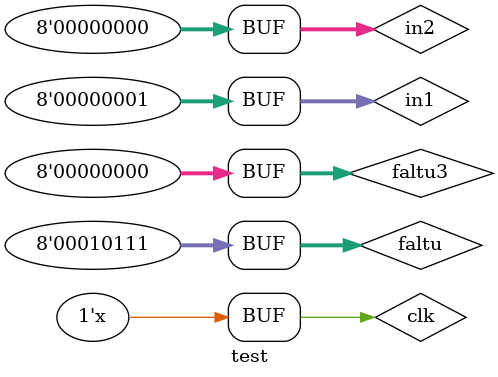
<source format=v>
module dff(in1,in2,a,b,clk);
input[7:0] in1,in2;
input clk;
output[7:0] a,b;
wire[7:0] in1,in2;
wire clk;
reg[7:0] a,b;

always @(posedge clk)
		begin
		a<=in1;
		b<=in2;
		end
endmodule

module max(in1,in2,out,clk);
input[7:0] in1,in2;
input clk;
output[7:0] out;
wire[7:0] in1,in2;
wire clk;
reg[7:0] out;
always @(*)
		begin
		if(in1>in2)
		out = in1;
		else
		out = in2;
		end
endmodule

		module mod(in1,in2,out);
		input[7:0] in1,in2;
		output[7:0] out;
		wire[7:0] in1,in2;
		reg[7:0] out;
always @(*)
		begin
if(in1>in2)
		out = in1-in2;
		else 
		out = in2-in1;
		end
		endmodule

		module adder(in1,in2,out,clk);
		input[7:0] in1,in2;
		input clk;
		wire clk;
		wire[7:0] in1,in2;
		output[7:0] out;
		reg[7:0] out;
always @(*)
		begin
		out = in1+in2;
		end
		endmodule

		module mult(in1,out);
		input [7:0] in1;
		output[7:0] out;
		wire [7:0] in1;
		reg[7:0] out;
always @(*)
		begin
		out = 5*in1;
		end
		endmodule

		module subt(in1,in2,out);
		input[7:0] in1,in2;
		output[7:0] out;
		wire[7:0] in1,in2;
		reg[7:0] out;
always @(*)
		begin
		out = in1-in2;
		end
		endmodule

		module test;
		reg[7:0] in1;
		reg[7:0] in2;
		reg clk;
		wire [7:0]out;
		wire [7:0]temp;
		wire [7:0]temp2;
		wire [7:0]ans;
		reg [7:0]faltu;
		wire [7:0]faltu2;
		reg [7:0]faltu3;
		wire [7:0]faltu4;
		wire [7:0] c;
		wire [7:0] d;
		wire [7:0] a;
		wire [7:0] b;
always @(*)
		begin
#5 clk <= ~clk;
		end
		dff d1(in1,in2,a,b,clk);
		max m1(a,b,out,clk);
		mod m2(a,b,temp);
		mult m4(temp,faltu2);
		subt su(faltu,faltu2,faltu4);
		max m3(faltu3,faltu4,temp2,clk);
		dff d2(out,temp2,c,d,clk);
		adder a1(c,d,ans,clk);
		initial begin
		$monitor($time,"%d",ans);
		in1 = 1; in2 = 1;clk = 0;faltu = 23;
		faltu3 = 0;
		#15 in1 = 1;in2 = 0;
		end
		endmodule

/*module test;

reg in1,in2;
wire a,b;
reg clk;
always @(*)
		begin
#5 clk <= ~clk;
		end

dff d1(in1,in2,a,b,clk);
mod m2(a,b,temp);


initial begin
$monitor("%d %d %d %d",out1,out2,out3,out4);
clk = 0;in1 = 1;in2 = 0;
#10 in1 = 0;in2 = 1;
end

endmodule*/


/*module test;
		reg[7:0] in1,in2;
		wire[7:0] out;
		reg clk;
		max m(in1,in2,out,clk);
		always @(*)
		begin
		clk <= ~clk;
		end
		initial begin
		$monitor("%d",out);
		in1 = 0;in2 = 23;
		end
endmodule*/

</source>
